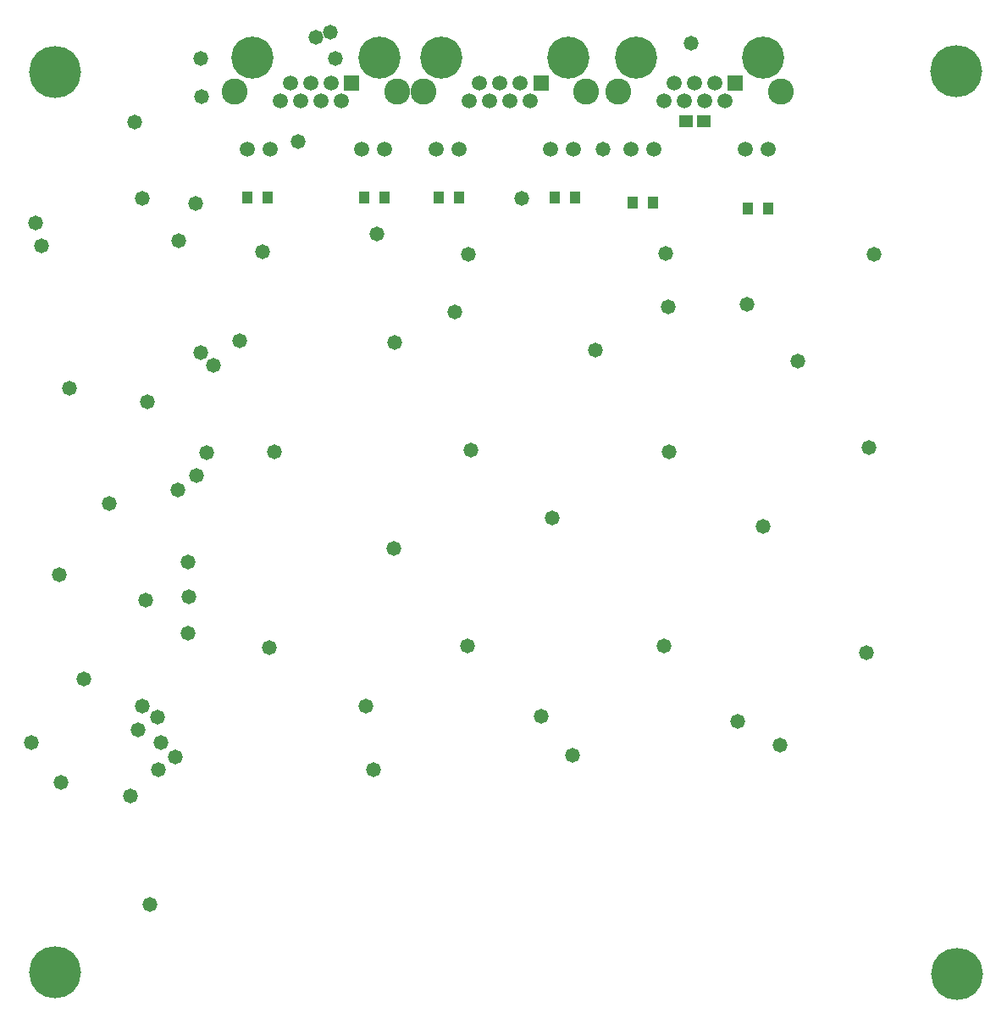
<source format=gbs>
G04*
G04 #@! TF.GenerationSoftware,Altium Limited,Altium Designer,20.0.13 (296)*
G04*
G04 Layer_Color=16711935*
%FSTAX24Y24*%
%MOIN*%
G70*
G01*
G75*
%ADD30R,0.0552X0.0513*%
%ADD32R,0.0395X0.0513*%
%ADD35C,0.0592*%
%ADD36C,0.1025*%
%ADD37C,0.1655*%
%ADD38R,0.0592X0.0592*%
%ADD39C,0.0580*%
%ADD40C,0.2049*%
D30*
X04345Y06165D02*
D03*
X04275D02*
D03*
D32*
X0309Y05865D02*
D03*
X0301D02*
D03*
X046Y0582D02*
D03*
X0452D02*
D03*
X0255Y05865D02*
D03*
X0263D02*
D03*
X04145Y05845D02*
D03*
X04065D02*
D03*
X0384Y05865D02*
D03*
X0376D02*
D03*
X033019D02*
D03*
X033819D02*
D03*
D35*
X032944Y060552D02*
D03*
X033845D02*
D03*
X038345D02*
D03*
X037444D02*
D03*
X034239Y062449D02*
D03*
X034641Y06315D02*
D03*
X035042Y062449D02*
D03*
X035444Y06315D02*
D03*
X035845Y062449D02*
D03*
X036247Y06315D02*
D03*
X036648Y062449D02*
D03*
X025499Y060552D02*
D03*
X026401D02*
D03*
X030901D02*
D03*
X029999D02*
D03*
X026794Y062449D02*
D03*
X027196Y06315D02*
D03*
X027598Y062449D02*
D03*
X027999Y06315D02*
D03*
X028401Y062449D02*
D03*
X028802Y06315D02*
D03*
X029204Y062449D02*
D03*
X040599Y060552D02*
D03*
X041501D02*
D03*
X046001D02*
D03*
X045099D02*
D03*
X041894Y062449D02*
D03*
X042296Y06315D02*
D03*
X042698Y062449D02*
D03*
X043099Y06315D02*
D03*
X043501Y062449D02*
D03*
X043902Y06315D02*
D03*
X044304Y062449D02*
D03*
D36*
X038843Y0628D02*
D03*
X032446D02*
D03*
X031399D02*
D03*
X025001D02*
D03*
X046499D02*
D03*
X040101D02*
D03*
D37*
X033144Y06415D02*
D03*
X038144D02*
D03*
X0257D02*
D03*
X0307D02*
D03*
X0408D02*
D03*
X0458D02*
D03*
D38*
X03705Y06315D02*
D03*
X029606D02*
D03*
X044706D02*
D03*
D39*
X0306Y0572D02*
D03*
X0363Y0586D02*
D03*
X02895Y0641D02*
D03*
X0282Y06495D02*
D03*
X02875Y06515D02*
D03*
X0275Y06085D02*
D03*
X0252Y053D02*
D03*
X03015Y038646D02*
D03*
X03365Y05415D02*
D03*
X0395Y06055D02*
D03*
X04295Y0647D02*
D03*
X03045Y03615D02*
D03*
X01815Y03565D02*
D03*
X03705Y03825D02*
D03*
X017Y0372D02*
D03*
X01905Y0397D02*
D03*
X0181Y0438D02*
D03*
X02195Y0382D02*
D03*
X02135Y03865D02*
D03*
X0212Y0377D02*
D03*
X0221Y0372D02*
D03*
X0383Y0367D02*
D03*
X02265Y03665D02*
D03*
X022Y03615D02*
D03*
X02365Y0641D02*
D03*
X0185Y05115D02*
D03*
X04715Y0522D02*
D03*
X0239Y0486D02*
D03*
X02365Y05255D02*
D03*
X0235Y0477D02*
D03*
X02275Y04715D02*
D03*
X02315Y0415D02*
D03*
X0232Y04295D02*
D03*
X02315Y0443D02*
D03*
X0448Y03805D02*
D03*
X04645Y0371D02*
D03*
X02165Y03085D02*
D03*
X02005Y0466D02*
D03*
X04515Y05445D02*
D03*
X0228Y05695D02*
D03*
X031288Y052937D02*
D03*
X0174Y05675D02*
D03*
X01715Y05765D02*
D03*
X02345Y0584D02*
D03*
X03125Y04485D02*
D03*
X02415Y05205D02*
D03*
X02105Y0616D02*
D03*
X04205Y05435D02*
D03*
X0237Y0626D02*
D03*
X0458Y0457D02*
D03*
X0375Y04605D02*
D03*
X0392Y05265D02*
D03*
X02135Y0586D02*
D03*
X02155Y0506D02*
D03*
X0215Y0428D02*
D03*
X04195Y05645D02*
D03*
X0342Y0564D02*
D03*
X0421Y04865D02*
D03*
X0343Y0487D02*
D03*
X0419Y041D02*
D03*
X03415D02*
D03*
X05015Y0564D02*
D03*
X0261Y0565D02*
D03*
X04985Y04075D02*
D03*
X02635Y04095D02*
D03*
X04995Y0488D02*
D03*
X02655Y04865D02*
D03*
X0209Y0351D02*
D03*
D40*
X053437Y028125D02*
D03*
X017937Y028175D02*
D03*
X017933Y063573D02*
D03*
X0534Y0636D02*
D03*
M02*

</source>
